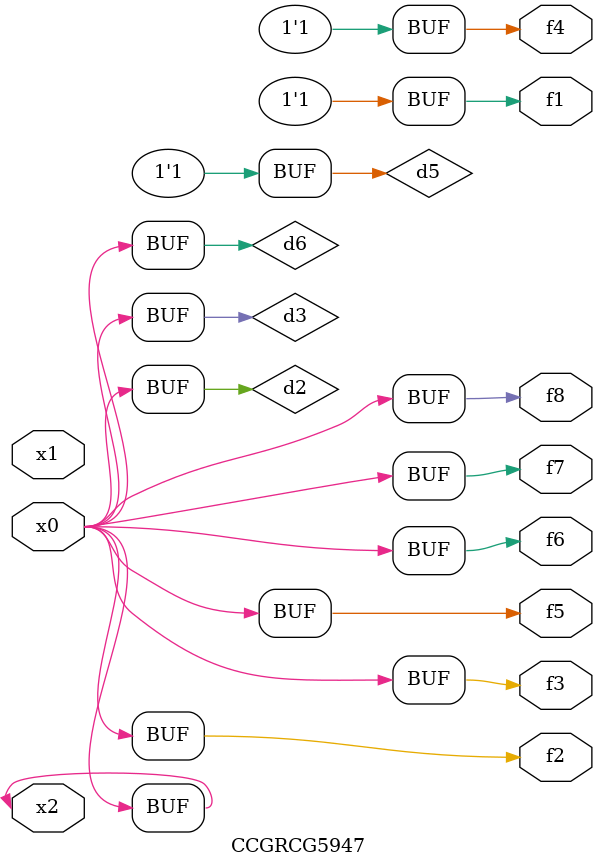
<source format=v>
module CCGRCG5947(
	input x0, x1, x2,
	output f1, f2, f3, f4, f5, f6, f7, f8
);

	wire d1, d2, d3, d4, d5, d6;

	xnor (d1, x2);
	buf (d2, x0, x2);
	and (d3, x0);
	xnor (d4, x1, x2);
	nand (d5, d1, d3);
	buf (d6, d2, d3);
	assign f1 = d5;
	assign f2 = d6;
	assign f3 = d6;
	assign f4 = d5;
	assign f5 = d6;
	assign f6 = d6;
	assign f7 = d6;
	assign f8 = d6;
endmodule

</source>
